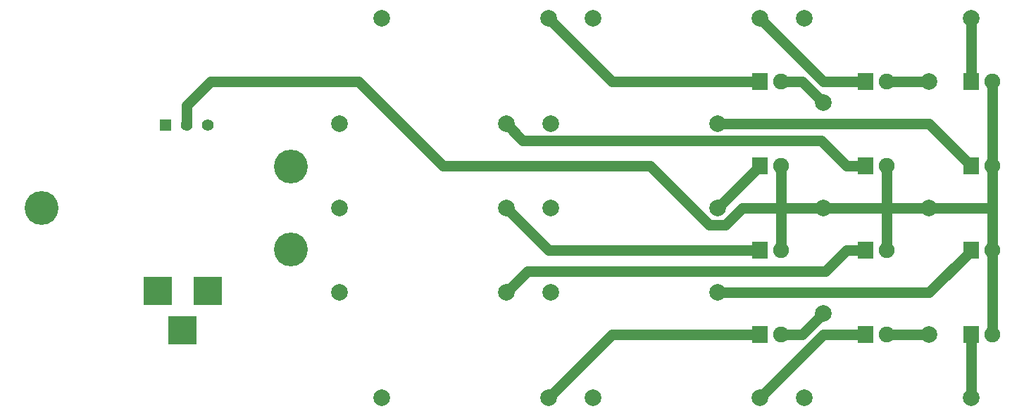
<source format=gbr>
G04 #@! TF.FileFunction,Copper,L1,Top,Signal*
%FSLAX46Y46*%
G04 Gerber Fmt 4.6, Leading zero omitted, Abs format (unit mm)*
G04 Created by KiCad (PCBNEW (2015-12-07 BZR 6352)-product) date Tue 16 Feb 2016 10:07:43 PM EST*
%MOMM*%
G01*
G04 APERTURE LIST*
%ADD10C,0.100000*%
%ADD11R,3.500120X3.500120*%
%ADD12R,1.397000X1.397000*%
%ADD13C,1.397000*%
%ADD14R,1.900000X2.000000*%
%ADD15C,1.900000*%
%ADD16C,4.064000*%
%ADD17C,1.998980*%
%ADD18C,2.000000*%
%ADD19C,1.270000*%
G04 APERTURE END LIST*
D10*
D11*
X24920000Y15038000D03*
X18920520Y15038000D03*
X21920260Y10339000D03*
D12*
X19840000Y35038000D03*
D13*
X22380000Y35038000D03*
X24920000Y35038000D03*
D14*
X116680000Y40278000D03*
D15*
X119220000Y40278000D03*
D14*
X116680000Y30118000D03*
D15*
X119220000Y30118000D03*
D14*
X116680000Y19958000D03*
D15*
X119220000Y19958000D03*
D14*
X116680000Y9798000D03*
D15*
X119220000Y9798000D03*
D14*
X103980000Y40278000D03*
D15*
X106520000Y40278000D03*
D14*
X103980000Y30118000D03*
D15*
X106520000Y30118000D03*
D14*
X103980000Y19958000D03*
D15*
X106520000Y19958000D03*
D14*
X103980000Y9798000D03*
D15*
X106520000Y9798000D03*
D14*
X91280000Y40278000D03*
D15*
X93820000Y40278000D03*
D14*
X91280000Y30118000D03*
D15*
X93820000Y30118000D03*
D14*
X91280000Y19958000D03*
D15*
X93820000Y19958000D03*
D14*
X91280000Y9798000D03*
D15*
X93820000Y9798000D03*
D16*
X4920000Y25038000D03*
X34920000Y30038000D03*
X34920000Y20038000D03*
D17*
X116680000Y47898000D03*
X96680000Y47898000D03*
X86200000Y35198000D03*
X66200000Y35198000D03*
X86200000Y14878000D03*
X66200000Y14878000D03*
X116680000Y2178000D03*
X96680000Y2178000D03*
X91280000Y47898000D03*
X71280000Y47898000D03*
X60800000Y35198000D03*
X40800000Y35198000D03*
X60800000Y14878000D03*
X40800000Y14878000D03*
X91280000Y2178000D03*
X71280000Y2178000D03*
X65880000Y47898000D03*
X45880000Y47898000D03*
X86200000Y25038000D03*
X66200000Y25038000D03*
X60800000Y25038000D03*
X40800000Y25038000D03*
X65880000Y2178000D03*
X45880000Y2178000D03*
D18*
X98900000Y25038000D03*
X98900000Y12338000D03*
X98900000Y37738000D03*
X111600000Y25038000D03*
X111600000Y9798000D03*
X111600000Y40278000D03*
D19*
X116680000Y47898000D02*
X116680000Y40278000D01*
X93820000Y25038000D02*
X98900000Y25038000D01*
X25240000Y40278000D02*
X22380000Y37418000D01*
X22380000Y37418000D02*
X22380000Y35038000D01*
X43020000Y40278000D02*
X25240000Y40278000D01*
X53180000Y30118000D02*
X43020000Y40278000D01*
X78137072Y30118000D02*
X53180000Y30118000D01*
X93820000Y25038000D02*
X89182928Y25038000D01*
X89182928Y25038000D02*
X87167437Y23022509D01*
X87167437Y23022509D02*
X85232563Y23022509D01*
X85232563Y23022509D02*
X78137072Y30118000D01*
X93820000Y9798000D02*
X96360000Y9798000D01*
X96360000Y9798000D02*
X98900000Y12338000D01*
X93820000Y40278000D02*
X96360000Y40278000D01*
X96360000Y40278000D02*
X98900000Y37738000D01*
X93820000Y30118000D02*
X93820000Y25038000D01*
X93820000Y25038000D02*
X93820000Y19958000D01*
X106520000Y25038000D02*
X93820000Y25038000D01*
X106520000Y25038000D02*
X106520000Y19958000D01*
X106520000Y30118000D02*
X106520000Y25038000D01*
X106520000Y25038000D02*
X111600000Y25038000D01*
X119220000Y25038000D02*
X119220000Y19958000D01*
X119220000Y30118000D02*
X119220000Y25038000D01*
X119220000Y25038000D02*
X111600000Y25038000D01*
X106520000Y9798000D02*
X111600000Y9798000D01*
X106520000Y40278000D02*
X111600000Y40278000D01*
X119220000Y19958000D02*
X119220000Y9798000D01*
X119220000Y40278000D02*
X119220000Y30118000D01*
X86200000Y35198000D02*
X111650000Y35198000D01*
X111650000Y35198000D02*
X116680000Y30168000D01*
X116680000Y30168000D02*
X116680000Y30118000D01*
X86200000Y14878000D02*
X111650000Y14878000D01*
X111650000Y14878000D02*
X116680000Y19908000D01*
X116680000Y19908000D02*
X116680000Y19958000D01*
X116680000Y2178000D02*
X116680000Y9798000D01*
X91280000Y47898000D02*
X98900000Y40278000D01*
X98900000Y40278000D02*
X103980000Y40278000D01*
X60800000Y35198000D02*
X62815491Y33182509D01*
X62815491Y33182509D02*
X98695491Y33182509D01*
X98695491Y33182509D02*
X101760000Y30118000D01*
X101760000Y30118000D02*
X103980000Y30118000D01*
X60800000Y14878000D02*
X63340000Y17418000D01*
X63340000Y17418000D02*
X99220000Y17418000D01*
X99220000Y17418000D02*
X101760000Y19958000D01*
X101760000Y19958000D02*
X103980000Y19958000D01*
X91280000Y2178000D02*
X98900000Y9798000D01*
X98900000Y9798000D02*
X103980000Y9798000D01*
X65880000Y47898000D02*
X73500000Y40278000D01*
X73500000Y40278000D02*
X91280000Y40278000D01*
X86200000Y25038000D02*
X91280000Y30118000D01*
X60800000Y25038000D02*
X65880000Y19958000D01*
X65880000Y19958000D02*
X91280000Y19958000D01*
X65880000Y2178000D02*
X73500000Y9798000D01*
X73500000Y9798000D02*
X91280000Y9798000D01*
M02*

</source>
